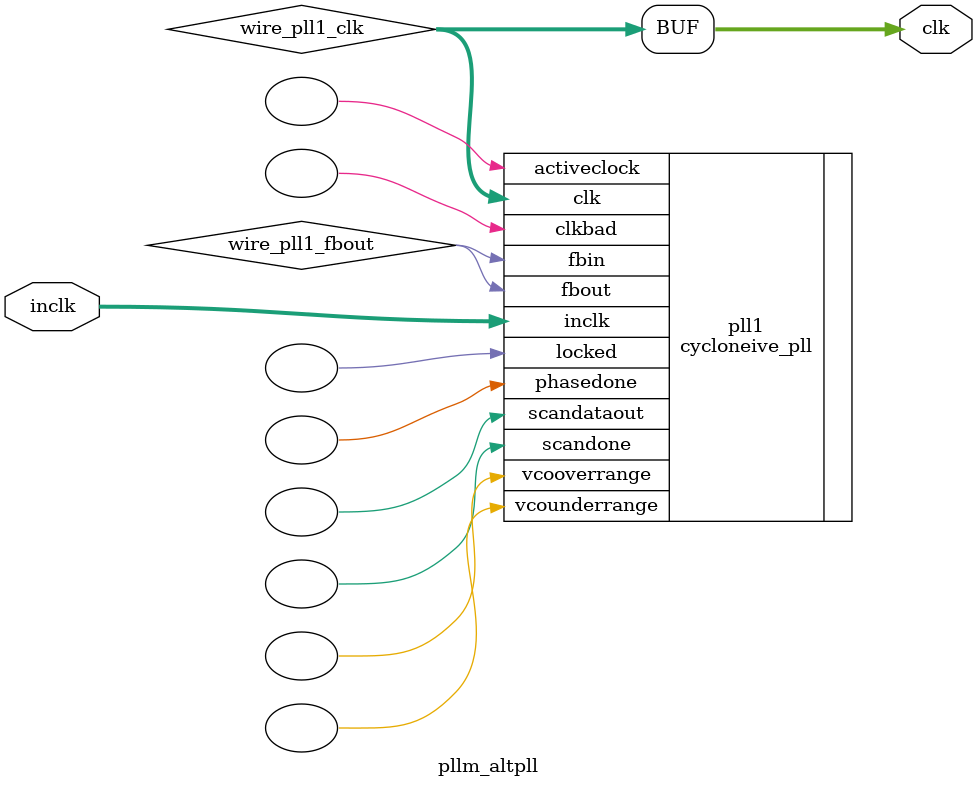
<source format=v>






//synthesis_resources = cycloneive_pll 1 
//synopsys translate_off
`timescale 1 ps / 1 ps
//synopsys translate_on
module  pllm_altpll
	( 
	clk,
	inclk) /* synthesis synthesis_clearbox=1 */;
	output   [4:0]  clk;
	input   [1:0]  inclk;
`ifndef ALTERA_RESERVED_QIS
// synopsys translate_off
`endif
	tri0   [1:0]  inclk;
`ifndef ALTERA_RESERVED_QIS
// synopsys translate_on
`endif

	wire  [4:0]   wire_pll1_clk;
	wire  wire_pll1_fbout;

	cycloneive_pll   pll1
	( 
	.activeclock(),
	.clk(wire_pll1_clk),
	.clkbad(),
	.fbin(wire_pll1_fbout),
	.fbout(wire_pll1_fbout),
	.inclk(inclk),
	.locked(),
	.phasedone(),
	.scandataout(),
	.scandone(),
	.vcooverrange(),
	.vcounderrange()
	`ifndef FORMAL_VERIFICATION
	// synopsys translate_off
	`endif
	,
	.areset(1'b0),
	.clkswitch(1'b0),
	.configupdate(1'b0),
	.pfdena(1'b1),
	.phasecounterselect({3{1'b0}}),
	.phasestep(1'b0),
	.phaseupdown(1'b0),
	.scanclk(1'b0),
	.scanclkena(1'b1),
	.scandata(1'b0)
	`ifndef FORMAL_VERIFICATION
	// synopsys translate_on
	`endif
	);
	defparam
		pll1.bandwidth_type = "auto",
		pll1.clk0_divide_by = 1,
		pll1.clk0_duty_cycle = 50,
		pll1.clk0_multiply_by = 3,
		pll1.clk0_phase_shift = "0",
		pll1.compensate_clock = "clk0",
		pll1.inclk0_input_frequency = 20000,
		pll1.operation_mode = "normal",
		pll1.pll_type = "auto",
		pll1.lpm_type = "cycloneive_pll";
	assign
		clk = {wire_pll1_clk[4:0]};
endmodule //pllm_altpll
//VALID FILE

</source>
